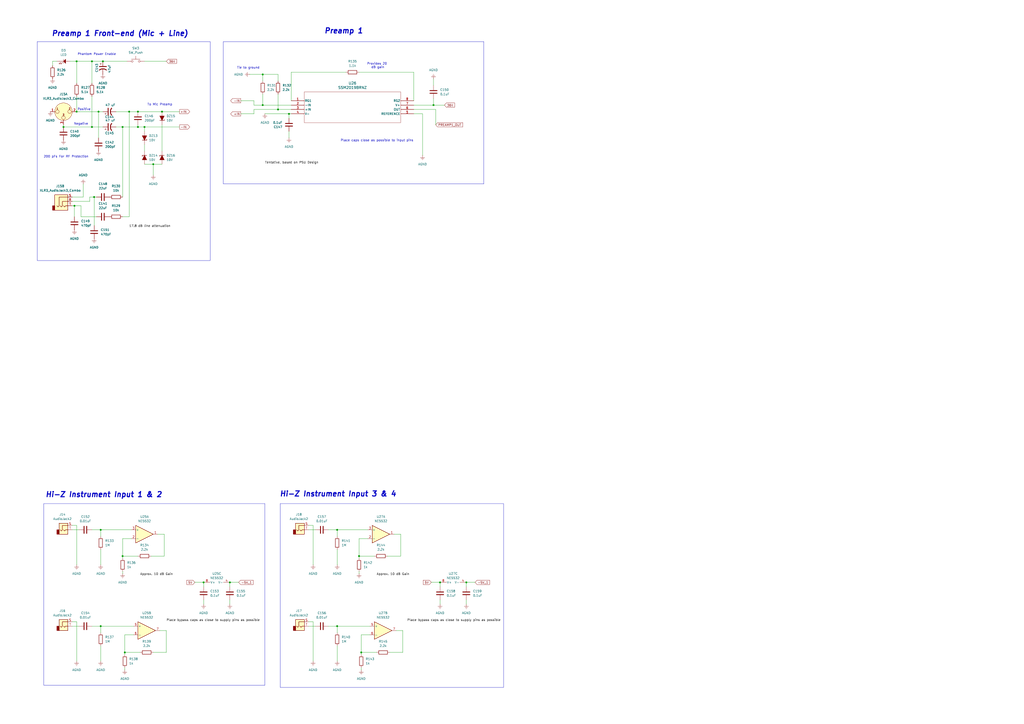
<source format=kicad_sch>
(kicad_sch (version 20231120) (generator "eeschema") (generator_version "8.0")
  (paper "A2")
  (title_block (title "Preamps1"))
  (lib_symbols
    (symbol "Amplifier_Operational:NE5532" (pin_names (offset 0.127))
      (property "Reference" "U" (at 0 5.08 0))
      (property "Value" "NE5532" (at 0 -5.08 0))
      (symbol "NE5532_1_1"
        (polyline (pts (xy -5.08 5.08) (xy 5.08 0) (xy -5.08 -5.08) (xy -5.08 5.08)) (stroke (width 0.254)) (fill (type background)))
        (pin output line (at 7.62 0 180) (length 2.54) (name "~") (number "1"))
        (pin input line (at -7.62 -2.54 0) (length 2.54) (name "-") (number "2"))
        (pin input line (at -7.62 2.54 0) (length 2.54) (name "+") (number "3"))
      )
      (symbol "NE5532_2_1"
        (polyline (pts (xy -5.08 5.08) (xy 5.08 0) (xy -5.08 -5.08) (xy -5.08 5.08)) (stroke (width 0.254)) (fill (type background)))
        (pin input line (at -7.62 2.54 0) (length 2.54) (name "+") (number "5"))
        (pin input line (at -7.62 -2.54 0) (length 2.54) (name "-") (number "6"))
        (pin output line (at 7.62 0 180) (length 2.54) (name "~") (number "7"))
      )
      (symbol "NE5532_3_1"
        (pin power_in line (at -2.54 -7.62 90) (length 3.81) (name "V-") (number "4"))
        (pin power_in line (at -2.54 7.62 270) (length 3.81) (name "V+") (number "8"))
      )
    )
    (symbol "Connector_Audio:AudioJack2"
      (property "Reference" "J" (at 0 8.89 0))
      (property "Value" "AudioJack2" (at 0 6.35 0))
      (symbol "AudioJack2_0_1"
        (rectangle (start -3.81 0) (end -2.54 -2.54) (stroke (width 0.254)) (fill (type outline)))
        (rectangle (start -2.54 3.81) (end 2.54 -2.54) (stroke (width 0.254)) (fill (type background)))
        (polyline (pts (xy 0 0) (xy 0.635 -0.635) (xy 1.27 0) (xy 2.54 0)) (stroke (width 0.254)))
        (polyline (pts (xy 2.54 2.54) (xy -0.635 2.54) (xy -0.635 0) (xy -1.27 -0.635) (xy -1.905 0)) (stroke (width 0.254)))
      )
      (symbol "AudioJack2_1_1"
        (pin passive line (at 5.08 2.54 180) (length 2.54) (name "~") (number "S"))
        (pin passive line (at 5.08 0 180) (length 2.54) (name "~") (number "T"))
      )
    )
    (symbol "Connector_Audio:XLR3_AudioJack3_Combo" (pin_names hide)
      (property "Reference" "J" (at 0 10.16 0))
      (property "Value" "XLR3_AudioJack3_Combo" (at 0 7.62 0))
      (symbol "XLR3_AudioJack3_Combo_1_1"
        (circle (center -3.556 0) (radius 1.016))
        (circle (center 0 -3.556) (radius 1.016))
        (polyline (pts (xy -5.08 0) (xy -4.572 0)))
        (polyline (pts (xy 0 -5.08) (xy 0 -4.572)))
        (polyline (pts (xy 5.08 0) (xy 4.572 0)))
        (circle (center 0 0) (radius 5.08) (fill (type background)))
        (circle (center 3.556 0) (radius 1.016))
        (text "1" (at -3.556 1.778 0) (effects (font (size 1.016 1.016) (bold yes))))
        (text "2" (at 3.556 1.778 0) (effects (font (size 1.016 1.016) (bold yes))))
        (text "3" (at 0 -1.778 0) (effects (font (size 1.016 1.016) (bold yes))))
        (pin passive line (at -7.62 0 0) (length 2.54) (name "~") (number "1"))
        (pin passive line (at 7.62 0 180) (length 2.54) (name "~") (number "2"))
        (pin passive line (at 0 -7.62 90) (length 2.54) (name "~") (number "3"))
      )
      (symbol "XLR3_AudioJack3_Combo_2_1"
        (rectangle (start -5.08 -2.54) (end -6.35 -5.08) (stroke (width 0.254)) (fill (type outline)))
        (polyline (pts (xy 0 -2.54) (xy 0.635 -3.175) (xy 1.27 -2.54) (xy 2.54 -2.54)) (stroke (width 0.254)))
        (polyline (pts (xy -1.905 -2.54) (xy -1.27 -3.175) (xy -0.635 -2.54) (xy -0.635 0) (xy 2.54 0)) (stroke (width 0.254)))
        (polyline (pts (xy 2.54 2.54) (xy -2.54 2.54) (xy -2.54 -2.54) (xy -3.175 -3.175) (xy -3.81 -2.54)) (stroke (width 0.254)))
        (rectangle (start 2.54 3.81) (end -5.08 -5.08) (stroke (width 0.254)) (fill (type background)))
        (pin passive line (at 5.08 0 180) (length 2.54) (name "~") (number "R"))
        (pin passive line (at 5.08 2.54 180) (length 2.54) (name "~") (number "S"))
        (pin passive line (at 5.08 -2.54 180) (length 2.54) (name "~") (number "T"))
      )
    )
    (symbol "Device:C" (pin_numbers hide) (pin_names (offset 0.254))
      (property "Reference" "C" (at 0.635 2.54 0))
      (property "Value" "C" (at 0.635 -2.54 0))
      (symbol "C_0_1"
        (polyline (pts (xy -2.032 -0.762) (xy 2.032 -0.762)) (stroke (width 0.508)))
        (polyline (pts (xy -2.032 0.762) (xy 2.032 0.762)) (stroke (width 0.508)))
      )
      (symbol "C_1_1"
        (pin passive line (at 0 3.81 270) (length 2.794) (name "~") (number "1"))
        (pin passive line (at 0 -3.81 90) (length 2.794) (name "~") (number "2"))
      )
    )
    (symbol "Device:C_Polarized_US" (pin_numbers hide) (pin_names (offset 0.254) hide)
      (property "Reference" "C" (at 0.635 2.54 0))
      (property "Value" "C_Polarized_US" (at 0.635 -2.54 0))
      (symbol "C_Polarized_US_0_1"
        (polyline (pts (xy -2.032 0.762) (xy 2.032 0.762)) (stroke (width 0.508)))
        (polyline (pts (xy -1.778 2.286) (xy -0.762 2.286)))
        (polyline (pts (xy -1.27 1.778) (xy -1.27 2.794)))
        (arc (start 2.032 -1.27) (mid 0 -0.5572) (end -2.032 -1.27) (stroke (width 0.508)))
      )
      (symbol "C_Polarized_US_1_1"
        (pin passive line (at 0 3.81 270) (length 2.794) (name "~") (number "1"))
        (pin passive line (at 0 -3.81 90) (length 3.302) (name "~") (number "2"))
      )
    )
    (symbol "Device:R" (pin_numbers hide) (pin_names (offset 0))
      (property "Reference" "R" (at 2.032 0 90))
      (property "Value" "R" (at 0 0 90))
      (symbol "R_0_1"
        (rectangle (start -1.016 -2.54) (end 1.016 2.54) (stroke (width 0.254)))
      )
      (symbol "R_1_1"
        (pin passive line (at 0 3.81 270) (length 1.27) (name "~") (number "1"))
        (pin passive line (at 0 -3.81 90) (length 1.27) (name "~") (number "2"))
      )
    )
    (symbol "PCM_Diode_Zener_AKL:D_Zener_Generic" (pin_numbers hide) (pin_names (offset 1.016) hide)
      (property "Reference" "DZ" (at 0 7.62 0))
      (property "Value" "D_Zener_Generic" (at 0 5.08 0))
      (symbol "D_Zener_Generic_0_1"
        (polyline (pts (xy -1.27 0) (xy 1.27 0)))
        (polyline (pts (xy 1.27 1.27) (xy 0.762 1.27)) (stroke (width 0.254)))
        (polyline (pts (xy 1.27 1.27) (xy 1.27 -1.27)) (stroke (width 0.254)))
        (polyline (pts (xy -1.27 -1.27) (xy -1.27 1.27) (xy 1.27 0) (xy -1.27 -1.27)) (stroke (width 0.254)) (fill (type outline)))
      )
      (symbol "D_Zener_Generic_0_2"
        (polyline (pts (xy -2.54 -2.54) (xy 2.54 2.54)))
        (polyline (pts (xy 0 1.778) (xy -0.381 1.397)) (stroke (width 0.254)))
        (polyline (pts (xy 0 1.778) (xy 1.778 0)) (stroke (width 0.254)))
        (polyline (pts (xy -0.889 -0.889) (xy -1.778 0) (xy 0.889 0.889) (xy 0 -1.778) (xy -0.889 -0.889)) (stroke (width 0.254)) (fill (type outline)))
      )
      (symbol "D_Zener_Generic_1_1"
        (pin passive line (at 3.81 0 180) (length 2.54) (name "K") (number "1"))
        (pin passive line (at -3.81 0 0) (length 2.54) (name "A") (number "2"))
      )
      (symbol "D_Zener_Generic_1_2"
        (pin passive line (at 2.54 2.54 180) (length 0) (name "K") (number "1"))
        (pin passive line (at -2.54 -2.54 0) (length 0) (name "A") (number "2"))
      )
    )
    (symbol "PCM_SL_Devices:LED"
      (property "Reference" "D" (at -0.508 5.334 0))
      (property "Value" "LED" (at -0.508 2.794 0))
      (symbol "LED_0_1"
        (polyline (pts (xy -1.27 0) (xy -2.54 0)))
        (polyline (pts (xy 0 1.27) (xy 0 -1.27)))
        (polyline (pts (xy 0.508 0.508) (xy 1.524 1.524)))
        (polyline (pts (xy 1.27 0) (xy 2.54 0)))
        (polyline (pts (xy 1.524 0.508) (xy 2.54 1.524)))
        (polyline (pts (xy 1.524 1.524) (xy 0.889 1.524)))
        (polyline (pts (xy 1.524 1.524) (xy 1.524 0.889)))
        (polyline (pts (xy 2.54 1.524) (xy 1.905 1.524)))
        (polyline (pts (xy 2.54 1.524) (xy 2.54 0.889)))
        (polyline (pts (xy 0 0) (xy -1.27 -1.27) (xy -1.27 1.27) (xy 0 0) (xy 1.27 0)) (fill (type outline)))
      )
      (symbol "LED_1_1"
        (pin passive line (at 3.81 0 180) (length 1.5) (name "~") (number "1"))
        (pin passive line (at -3.81 0 0) (length 1.5) (name "") (number "2"))
      )
    )
    (symbol "SDLibrary:SSM2019BRNZ" (pin_names (offset 0.254))
      (property "Reference" "U" (at 35.56 10.16 0))
      (property "Value" "SSM2019BRNZ" (at 35.56 7.62 0))
      (symbol "SSM2019BRNZ_0_1"
        (polyline (pts (xy 7.62 -12.7) (xy 63.5 -12.7)) (stroke (width 0.127)))
        (polyline (pts (xy 7.62 5.08) (xy 7.62 -12.7)) (stroke (width 0.127)))
        (polyline (pts (xy 63.5 -12.7) (xy 63.5 5.08)) (stroke (width 0.127)))
        (polyline (pts (xy 63.5 5.08) (xy 7.62 5.08)) (stroke (width 0.127)))
        (pin unspecified line (at 0 0 0) (length 7.62) (name "RG1") (number "1"))
        (pin unspecified line (at 0 -2.54 0) (length 7.62) (name "-IN") (number "2"))
        (pin unspecified line (at 0 -5.08 0) (length 7.62) (name "+IN") (number "3"))
        (pin power_in line (at 0 -7.62 0) (length 7.62) (name "V-") (number "4"))
        (pin unspecified line (at 71.12 -7.62 180) (length 7.62) (name "REFERENCE") (number "5"))
        (pin unspecified line (at 71.12 -5.08 180) (length 7.62) (name "OUT") (number "6"))
        (pin power_in line (at 71.12 -2.54 180) (length 7.62) (name "V+") (number "7"))
        (pin unspecified line (at 71.12 0 180) (length 7.62) (name "RG2") (number "8"))
      )
    )
    (symbol "Switch:SW_Push" (pin_numbers hide) (pin_names (offset 1.016) hide)
      (property "Reference" "SW" (at 1.27 2.54 0))
      (property "Value" "SW_Push" (at 0 -1.524 0))
      (symbol "SW_Push_0_1"
        (circle (center -2.032 0) (radius 0.508))
        (polyline (pts (xy 0 1.27) (xy 0 3.048)))
        (polyline (pts (xy 2.54 1.27) (xy -2.54 1.27)))
        (circle (center 2.032 0) (radius 0.508))
        (pin passive line (at -5.08 0 0) (length 2.54) (name "1") (number "1"))
        (pin passive line (at 5.08 0 180) (length 2.54) (name "2") (number "2"))
      )
    )
    (symbol "power:Earth" (power) (pin_numbers hide) (pin_names (offset 0) hide)
      (property "Value" "Earth" (at 0 -3.81 0))
      (symbol "Earth_0_1"
        (polyline (pts (xy -0.635 -1.905) (xy 0.635 -1.905)))
        (polyline (pts (xy -0.127 -2.54) (xy 0.127 -2.54)))
        (polyline (pts (xy 0 -1.27) (xy 0 0)))
        (polyline (pts (xy 1.27 -1.27) (xy -1.27 -1.27)))
      )
      (symbol "Earth_1_1"
        (pin power_in line (at 0 0 270) (length 0) (name "~") (number "1"))
      )
    )
  )
  (junction (at 71.12 73.66))
  (junction (at 251.46 60.96))
  (junction (at 195.58 307.34))
  (junction (at 209.55 378.46))
  (junction (at 71.12 322.58))
  (junction (at 58.42 307.34))
  (junction (at 208.28 322.58))
  (junction (at 93.98 64.77))
  (junction (at 118.11 337.82))
  (junction (at 72.39 378.46))
  (junction (at 59.69 35.56))
  (junction (at 195.58 363.22))
  (junction (at 270.51 337.82))
  (junction (at 88.9 95.25))
  (junction (at 80.01 64.77))
  (junction (at 255.27 337.82))
  (junction (at 83.82 73.66))
  (junction (at 152.4 60.96))
  (junction (at 161.29 63.5))
  (junction (at 152.4 43.18))
  (junction (at 43.18 119.38))
  (junction (at 167.64 66.04))
  (junction (at 58.42 363.22))
  (junction (at 36.83 73.66))
  (junction (at 57.15 64.77))
  (junction (at 53.34 35.56))
  (junction (at 53.34 73.66))
  (junction (at 74.93 64.77))
  (junction (at 44.45 64.77))
  (junction (at 133.35 337.82))
  (junction (at 44.45 35.56))
  (junction (at 80.01 73.66))
  (junction (at 54.61 114.3))
  (wire (pts (xy 53.34 55.88) (xy 53.34 73.66)))
  (wire (pts (xy 71.12 312.42) (xy 76.2 312.42)))
  (wire (pts (xy 30.48 35.56) (xy 33.02 35.56)))
  (wire (pts (xy 240.03 41.91) (xy 240.03 58.42)))
  (wire (pts (xy 147.32 60.96) (xy 152.4 60.96)))
  (wire (pts (xy 240.03 66.04) (xy 245.11 66.04)))
  (wire (pts (xy 209.55 378.46) (xy 209.55 379.73)))
  (wire (pts (xy 46.99 125.73) (xy 55.88 125.73)))
  (wire (pts (xy 118.11 337.82) (xy 118.11 340.36)))
  (wire (pts (xy 54.61 114.3) (xy 52.07 114.3)))
  (wire (pts (xy 93.98 72.39) (xy 93.98 87.63)))
  (wire (pts (xy 190.5 307.34) (xy 195.58 307.34)))
  (wire (pts (xy 233.68 365.76) (xy 233.68 378.46)))
  (wire (pts (xy 43.18 119.38) (xy 46.99 119.38)))
  (wire (pts (xy 161.29 63.5) (xy 147.32 63.5)))
  (wire (pts (xy 179.07 307.34) (xy 182.88 307.34)))
  (wire (pts (xy 41.91 307.34) (xy 45.72 307.34)))
  (wire (pts (xy 167.64 66.04) (xy 167.64 68.58)))
  (wire (pts (xy 208.28 331.47) (xy 208.28 332.74)))
  (wire (pts (xy 179.07 360.68) (xy 181.61 360.68)))
  (wire (pts (xy 228.6 309.88) (xy 232.41 309.88)))
  (wire (pts (xy 83.82 73.66) (xy 104.14 73.66)))
  (wire (pts (xy 161.29 54.61) (xy 161.29 63.5)))
  (wire (pts (xy 96.52 365.76) (xy 92.71 365.76)))
  (wire (pts (xy 133.35 337.82) (xy 133.35 340.36)))
  (wire (pts (xy 58.42 318.77) (xy 58.42 327.66)))
  (wire (pts (xy 72.39 378.46) (xy 81.28 378.46)))
  (wire (pts (xy 83.82 35.56) (xy 96.52 35.56)))
  (wire (pts (xy 133.35 347.98) (xy 133.35 350.52)))
  (wire (pts (xy 83.82 73.66) (xy 83.82 76.2)))
  (wire (pts (xy 208.28 41.91) (xy 240.03 41.91)))
  (wire (pts (xy 88.9 378.46) (xy 96.52 378.46)))
  (wire (pts (xy 53.34 363.22) (xy 58.42 363.22)))
  (wire (pts (xy 167.64 66.04) (xy 168.91 66.04)))
  (wire (pts (xy 96.52 365.76) (xy 96.52 378.46)))
  (wire (pts (xy 251.46 60.96) (xy 257.81 60.96)))
  (wire (pts (xy 190.5 363.22) (xy 195.58 363.22)))
  (wire (pts (xy 43.18 119.38) (xy 43.18 125.73)))
  (wire (pts (xy 58.42 307.34) (xy 58.42 311.15)))
  (wire (pts (xy 53.34 73.66) (xy 59.69 73.66)))
  (wire (pts (xy 147.32 63.5) (xy 147.32 66.04)))
  (wire (pts (xy 270.51 337.82) (xy 270.51 340.36)))
  (wire (pts (xy 41.91 116.84) (xy 52.07 116.84)))
  (wire (pts (xy 44.45 35.56) (xy 44.45 48.26)))
  (wire (pts (xy 57.15 64.77) (xy 57.15 80.01)))
  (wire (pts (xy 245.11 66.04) (xy 245.11 90.17)))
  (wire (pts (xy 147.32 58.42) (xy 147.32 60.96)))
  (wire (pts (xy 57.15 64.77) (xy 59.69 64.77)))
  (wire (pts (xy 48.26 114.3) (xy 48.26 106.68)))
  (wire (pts (xy 195.58 363.22) (xy 195.58 367.03)))
  (wire (pts (xy 167.64 80.01) (xy 167.64 76.2)))
  (wire (pts (xy 41.91 363.22) (xy 45.72 363.22)))
  (wire (pts (xy 71.12 73.66) (xy 80.01 73.66)))
  (wire (pts (xy 168.91 63.5) (xy 161.29 63.5)))
  (wire (pts (xy 88.9 95.25) (xy 93.98 95.25)))
  (wire (pts (xy 80.01 73.66) (xy 83.82 73.66)))
  (wire (pts (xy 40.64 35.56) (xy 44.45 35.56)))
  (wire (pts (xy 255.27 347.98) (xy 255.27 350.52)))
  (wire (pts (xy 77.47 368.3) (xy 72.39 368.3)))
  (wire (pts (xy 88.9 95.25) (xy 88.9 101.6)))
  (wire (pts (xy 83.82 83.82) (xy 83.82 87.63)))
  (wire (pts (xy 72.39 378.46) (xy 72.39 379.73)))
  (wire (pts (xy 208.28 322.58) (xy 208.28 323.85)))
  (wire (pts (xy 58.42 363.22) (xy 77.47 363.22)))
  (wire (pts (xy 53.34 35.56) (xy 53.34 48.26)))
  (wire (pts (xy 91.44 309.88) (xy 95.25 309.88)))
  (wire (pts (xy 195.58 374.65) (xy 195.58 383.54)))
  (wire (pts (xy 208.28 312.42) (xy 208.28 322.58)))
  (wire (pts (xy 83.82 95.25) (xy 88.9 95.25)))
  (wire (pts (xy 30.48 38.1) (xy 30.48 35.56)))
  (wire (pts (xy 71.12 322.58) (xy 71.12 323.85)))
  (wire (pts (xy 41.91 114.3) (xy 48.26 114.3)))
  (wire (pts (xy 71.12 125.73) (xy 74.93 125.73)))
  (wire (pts (xy 67.31 73.66) (xy 71.12 73.66)))
  (wire (pts (xy 168.91 41.91) (xy 168.91 58.42)))
  (wire (pts (xy 224.79 322.58) (xy 232.41 322.58)))
  (wire (pts (xy 270.51 347.98) (xy 270.51 350.52)))
  (wire (pts (xy 44.45 55.88) (xy 44.45 64.77)))
  (wire (pts (xy 195.58 307.34) (xy 195.58 311.15)))
  (wire (pts (xy 144.78 43.18) (xy 152.4 43.18)))
  (wire (pts (xy 133.35 337.82) (xy 138.43 337.82)))
  (wire (pts (xy 44.45 35.56) (xy 53.34 35.56)))
  (wire (pts (xy 214.63 368.3) (xy 209.55 368.3)))
  (wire (pts (xy 41.91 304.8) (xy 44.45 304.8)))
  (wire (pts (xy 58.42 374.65) (xy 58.42 383.54)))
  (wire (pts (xy 71.12 312.42) (xy 71.12 322.58)))
  (wire (pts (xy 71.12 73.66) (xy 71.12 114.3)))
  (wire (pts (xy 46.99 119.38) (xy 46.99 125.73)))
  (wire (pts (xy 232.41 309.88) (xy 232.41 322.58)))
  (wire (pts (xy 139.7 58.42) (xy 147.32 58.42)))
  (wire (pts (xy 153.67 66.04) (xy 167.64 66.04)))
  (wire (pts (xy 72.39 368.3) (xy 72.39 378.46)))
  (wire (pts (xy 195.58 318.77) (xy 195.58 327.66)))
  (wire (pts (xy 67.31 64.77) (xy 74.93 64.77)))
  (wire (pts (xy 93.98 64.77) (xy 104.14 64.77)))
  (wire (pts (xy 80.01 72.39) (xy 80.01 73.66)))
  (wire (pts (xy 152.4 54.61) (xy 152.4 60.96)))
  (wire (pts (xy 44.45 360.68) (xy 44.45 383.54)))
  (wire (pts (xy 74.93 64.77) (xy 80.01 64.77)))
  (wire (pts (xy 209.55 378.46) (xy 218.44 378.46)))
  (wire (pts (xy 270.51 337.82) (xy 275.59 337.82)))
  (wire (pts (xy 72.39 387.35) (xy 72.39 388.62)))
  (wire (pts (xy 208.28 322.58) (xy 217.17 322.58)))
  (wire (pts (xy 179.07 304.8) (xy 181.61 304.8)))
  (wire (pts (xy 195.58 307.34) (xy 213.36 307.34)))
  (wire (pts (xy 95.25 309.88) (xy 95.25 322.58)))
  (wire (pts (xy 179.07 363.22) (xy 182.88 363.22)))
  (wire (pts (xy 44.45 64.77) (xy 57.15 64.77)))
  (wire (pts (xy 152.4 43.18) (xy 152.4 46.99)))
  (wire (pts (xy 240.03 63.5) (xy 252.73 63.5)))
  (wire (pts (xy 152.4 43.18) (xy 161.29 43.18)))
  (wire (pts (xy 52.07 114.3) (xy 52.07 116.84)))
  (wire (pts (xy 113.03 337.82) (xy 118.11 337.82)))
  (wire (pts (xy 36.83 73.66) (xy 53.34 73.66)))
  (wire (pts (xy 58.42 307.34) (xy 76.2 307.34)))
  (wire (pts (xy 36.83 73.66) (xy 36.83 72.39)))
  (wire (pts (xy 209.55 387.35) (xy 209.55 388.62)))
  (wire (pts (xy 87.63 322.58) (xy 95.25 322.58)))
  (wire (pts (xy 53.34 35.56) (xy 59.69 35.56)))
  (wire (pts (xy 181.61 304.8) (xy 181.61 327.66)))
  (wire (pts (xy 250.19 337.82) (xy 255.27 337.82)))
  (wire (pts (xy 71.12 322.58) (xy 80.01 322.58)))
  (wire (pts (xy 147.32 66.04) (xy 139.7 66.04)))
  (wire (pts (xy 240.03 60.96) (xy 251.46 60.96)))
  (wire (pts (xy 55.88 114.3) (xy 54.61 114.3)))
  (wire (pts (xy 251.46 45.72) (xy 251.46 49.53)))
  (wire (pts (xy 209.55 368.3) (xy 209.55 378.46)))
  (wire (pts (xy 59.69 35.56) (xy 73.66 35.56)))
  (wire (pts (xy 152.4 60.96) (xy 168.91 60.96)))
  (wire (pts (xy 74.93 125.73) (xy 74.93 64.77)))
  (wire (pts (xy 80.01 64.77) (xy 93.98 64.77)))
  (wire (pts (xy 251.46 57.15) (xy 251.46 60.96)))
  (wire (pts (xy 233.68 365.76) (xy 229.87 365.76)))
  (wire (pts (xy 58.42 363.22) (xy 58.42 367.03)))
  (wire (pts (xy 226.06 378.46) (xy 233.68 378.46)))
  (wire (pts (xy 41.91 360.68) (xy 44.45 360.68)))
  (wire (pts (xy 252.73 63.5) (xy 252.73 72.39)))
  (wire (pts (xy 41.91 119.38) (xy 43.18 119.38)))
  (wire (pts (xy 71.12 331.47) (xy 71.12 332.74)))
  (wire (pts (xy 53.34 307.34) (xy 58.42 307.34)))
  (wire (pts (xy 181.61 360.68) (xy 181.61 383.54)))
  (wire (pts (xy 208.28 312.42) (xy 213.36 312.42)))
  (wire (pts (xy 195.58 363.22) (xy 214.63 363.22)))
  (wire (pts (xy 44.45 304.8) (xy 44.45 327.66)))
  (wire (pts (xy 54.61 114.3) (xy 54.61 130.81)))
  (wire (pts (xy 200.66 41.91) (xy 168.91 41.91)))
  (wire (pts (xy 255.27 337.82) (xy 255.27 340.36)))
  (wire (pts (xy 161.29 43.18) (xy 161.29 46.99)))
  (wire (pts (xy 118.11 347.98) (xy 118.11 350.52)))
  (rectangle (start 21.59 24.13) (end 121.92 151.13))
  (rectangle (start 162.56 292.1) (end 292.1 398.78))
  (rectangle (start 129.54 24.13) (end 280.67 106.68))
  (rectangle (start 25.4 292.1) (end 153.67 397.51))
  (text "200 pFs For RF Protection\n" (at 38.354 90.932 0) (effects (font (size 1.27 1.27))))
  (text "Hi-Z Instrument Input 1 & 2\n" (at 60.198 287.02 0) (effects (font (size 3 3) (thickness 0.6) (bold yes) (italic yes))))
  (text "Phantom Power Enable" (at 56.134 31.496 0) (effects (font (size 1.27 1.27))))
  (text "Negative\n" (at 46.99 71.882 0) (effects (font (size 1.27 1.27))))
  (text "To Mic Preamp" (at 92.71 60.706 0) (effects (font (size 1.27 1.27))))
  (text "Positive" (at 48.768 63.5 0) (effects (font (size 1.27 1.27))))
  (text "Hi-Z Instrument Input 3 & 4\n\n" (at 196.088 289.052 0) (effects (font (size 3 3) (thickness 0.6) (bold yes) (italic yes))))
  (text "Preamp 1\n\n\n" (at 199.39 22.86 0) (effects (font (size 2.9972 2.9972) (thickness 0.5994) (bold yes) (italic yes))))
  (text "Tie to ground\n" (at 144.018 39.37 0) (effects (font (size 1.27 1.27))))
  (text "Provides 20\n dB gain" (at 218.694 38.1 0) (effects (font (size 1.27 1.27))))
  (text "Preamp 1 Front-end (Mic + Line)" (at 69.596 19.558 0) (effects (font (size 3 3) (thickness 0.6) (bold yes) (italic yes))))
  (text "Place caps close as possible to input pins" (at 218.694 81.534 0) (effects (font (size 1.27 1.27))))
  (label "17.8 dB line attenuation" (at 74.93 132.08 0))
  (label "Place bypass caps as close to supply pins as possible" (at 96.52 360.68 0))
  (label "Tentative, based on PSU Design" (at 153.67 95.25 0))
  (label "Approx. 10 dB Gain " (at 81.28 334.01 0))
  (label "Place bypass caps as close to supply pins as possible" (at 236.22 360.68 0))
  (label "Approx. 10 dB Gain " (at 218.44 334.01 0))
  (global_label "+IN" (shape output) (at 139.7 66.04 180) (property "Intersheetrefs" "${INTERSHEET_REFS}" (effects (hide yes))))
  (global_label "+IN" (shape output) (at 104.14 64.77 0) (property "Intersheetrefs" "${INTERSHEET_REFS}" (effects (hide yes))))
  (global_label "-5V_1" (shape input) (at 138.43 337.82 0) (property "Intersheetrefs" "${INTERSHEET_REFS}" (effects (hide yes))))
  (global_label "5V" (shape input) (at 250.19 337.82 180) (property "Intersheetrefs" "${INTERSHEET_REFS}" (effects (hide yes))))
  (global_label "36V" (shape input) (at 257.81 60.96 0) (property "Intersheetrefs" "${INTERSHEET_REFS}" (effects (hide yes))))
  (global_label "5V" (shape input) (at 113.03 337.82 180) (property "Intersheetrefs" "${INTERSHEET_REFS}" (effects (hide yes))))
  (global_label "-IN" (shape output) (at 139.7 58.42 180) (property "Intersheetrefs" "${INTERSHEET_REFS}" (effects (hide yes))))
  (global_label "PREAMP1_OUT" (shape input) (at 252.73 72.39 0) (property "Intersheetrefs" "${INTERSHEET_REFS}" (effects (hide yes))))
  (global_label "-IN" (shape output) (at 104.14 73.66 0) (property "Intersheetrefs" "${INTERSHEET_REFS}" (effects (hide yes))))
  (global_label "-5V_1" (shape input) (at 275.59 337.82 0) (property "Intersheetrefs" "${INTERSHEET_REFS}" (effects (hide yes))))
  (global_label "36V" (shape input) (at 96.52 35.56 0) (property "Intersheetrefs" "${INTERSHEET_REFS}" (effects (hide yes))))
  (symbol (lib_id "power:Earth") (at 88.9 101.6 0) (unit 1)
    (property "Reference" "#PWR0140" (effects (hide yes)))
    (property "Value" "AGND" (at 88.9 106.68 0))
    (property "Description" "Power symbol creates a global label with name \"Earth\"" (effects (hide yes)))
  )
  (symbol (lib_id "power:Earth") (at 71.12 332.74 0) (unit 1)
    (property "Reference" "#PWR0144" (effects (hide yes)))
    (property "Value" "AGND" (at 71.12 337.82 0))
    (property "Description" "Power symbol creates a global label with name \"Earth\"" (effects (hide yes)))
  )
  (symbol (lib_id "Amplifier_Operational:NE5532") (at 125.73 335.28 90) (unit 3)
    (property "Reference" "U25" (at 125.73 332.74 90))
    (property "Value" "NE5532" (at 125.73 335.28 90))
    (property "Datasheet" "http://www.ti.com/lit/ds/symlink/ne5532.pdf" (effects (hide yes)))
    (property "Description" "Dual Low-Noise Operational Amplifiers, DIP-8/SOIC-8" (effects (hide yes)))
  )
  (symbol (lib_id "power:Earth") (at 29.21 64.77 0) (unit 1)
    (property "Reference" "#PWR0128" (effects (hide yes)))
    (property "Value" "AGND" (at 29.21 69.85 0))
    (property "Description" "Power symbol creates a global label with name \"Earth\"" (effects (hide yes)))
  )
  (symbol (lib_id "Device:C_Polarized_US") (at 63.5 73.66 90) (unit 1)
    (property "Reference" "C145" (at 63.5 77.216 90))
    (property "Value" "47 uF" (at 64.008 69.85 90))
    (property "Footprint" "Capacitor_SMD:CP_Elec_4x5.8" (effects (hide yes)))
    (property "Description" "Polarized capacitor, US symbol" (effects (hide yes)))
  )
  (symbol (lib_id "Device:R") (at 204.47 41.91 270) (unit 1)
    (property "Reference" "R135" (at 204.47 35.56 90))
    (property "Value" "1.1k" (at 204.47 38.1 90))
    (property "Footprint" "Resistor_SMD:R_0805_2012Metric" (effects (hide yes)))
    (property "Description" "Resistor" (effects (hide yes)))
  )
  (symbol (lib_id "Switch:SW_Push") (at 78.74 35.56 0) (unit 1)
    (property "Reference" "SW3" (at 78.74 27.94 0))
    (property "Value" "SW_Push" (at 78.74 30.48 0))
    (property "Footprint" "Button_Switch_THT:SW_PUSH_1P1T_6x3.5mm_H5.0_APEM_MJTP1250" (effects (hide yes)))
    (property "Description" "Push button switch, generic, two pins" (effects (hide yes)))
  )
  (symbol (lib_id "Device:C") (at 80.01 68.58 180) (unit 1)
    (property "Reference" "C146" (at 83.82 67.3099 0) (effects (justify right)))
    (property "Value" "200pF" (at 83.82 69.8499 0) (effects (justify right)))
    (property "Footprint" "Capacitor_SMD:C_0402_1005Metric" (effects (hide yes)))
    (property "Description" "Unpolarized capacitor" (effects (hide yes)))
  )
  (symbol (lib_id "Connector_Audio:AudioJack2") (at 173.99 307.34 0) (unit 1)
    (property "Reference" "J18" (at 173.355 298.45 0))
    (property "Value" "AudioJack2" (at 173.355 300.99 0))
    (property "Description" "Audio Jack, 2 Poles (Mono / TS)" (effects (hide yes)))
  )
  (symbol (lib_id "power:Earth") (at 48.26 106.68 180) (unit 1)
    (property "Reference" "#PWR0131" (effects (hide yes)))
    (property "Value" "AGND" (at 48.26 101.6 0))
    (property "Description" "Power symbol creates a global label with name \"Earth\"" (effects (hide yes)))
  )
  (symbol (lib_id "Connector_Audio:XLR3_AudioJack3_Combo") (at 36.83 116.84 0) (unit 2)
    (property "Reference" "J15" (at 34.925 107.95 0))
    (property "Value" "XLR3_AudioJack3_Combo" (at 34.925 110.49 0))
    (property "Description" "XLR (Male or Female) and Audio Jack (Stereo / TRS) Combo Connector, Discrete Ground Pin" (effects (hide yes)))
  )
  (symbol (lib_id "power:Earth") (at 167.64 80.01 0) (unit 1)
    (property "Reference" "#PWR0141" (effects (hide yes)))
    (property "Value" "AGND" (at 167.64 85.09 0))
    (property "Description" "Power symbol creates a global label with name \"Earth\"" (effects (hide yes)))
  )
  (symbol (lib_id "power:Earth") (at 72.39 388.62 0) (unit 1)
    (property "Reference" "#PWR0147" (effects (hide yes)))
    (property "Value" "AGND" (at 72.39 393.7 0))
    (property "Description" "Power symbol creates a global label with name \"Earth\"" (effects (hide yes)))
  )
  (symbol (lib_id "power:Earth") (at 133.35 350.52 0) (unit 1)
    (property "Reference" "#PWR0149" (effects (hide yes)))
    (property "Value" "AGND" (at 133.35 355.6 0))
    (property "Description" "Power symbol creates a global label with name \"Earth\"" (effects (hide yes)))
  )
  (symbol (lib_id "Device:R") (at 67.31 125.73 90) (unit 1)
    (property "Reference" "R129" (at 67.31 119.38 90))
    (property "Value" "10k" (at 67.31 121.92 90))
    (property "Footprint" "Resistor_SMD:R_0805_2012Metric" (effects (hide yes)))
    (property "Description" "Resistor" (effects (hide yes)))
  )
  (symbol (lib_id "power:Earth") (at 43.18 133.35 0) (unit 1)
    (property "Reference" "#PWR0134" (effects (hide yes)))
    (property "Value" "AGND" (at 43.18 138.43 0))
    (property "Description" "Power symbol creates a global label with name \"Earth\"" (effects (hide yes)))
  )
  (symbol (lib_id "Amplifier_Operational:NE5532") (at 220.98 309.88 0) (unit 1)
    (property "Reference" "U27" (at 220.98 299.72 0))
    (property "Value" "NE5532" (at 220.98 302.26 0))
    (property "Datasheet" "http://www.ti.com/lit/ds/symlink/ne5532.pdf" (effects (hide yes)))
    (property "Description" "Dual Low-Noise Operational Amplifiers, DIP-8/SOIC-8" (effects (hide yes)))
  )
  (symbol (lib_id "Device:R") (at 83.82 322.58 270) (unit 1)
    (property "Reference" "R134" (at 83.82 316.23 90))
    (property "Value" "2.2k" (at 83.82 318.77 90))
    (property "Footprint" "Resistor_SMD:R_0805_2012Metric" (effects (hide yes)))
    (property "Description" "Resistor" (effects (hide yes)))
  )
  (symbol (lib_id "Device:C") (at 167.64 72.39 0) (unit 1)
    (property "Reference" "C147" (at 163.83 73.6601 0) (effects (justify right)))
    (property "Value" "0.1uF" (at 163.83 71.1201 0) (effects (justify right)))
    (property "Footprint" "Capacitor_SMD:C_0402_1005Metric" (effects (hide yes)))
    (property "Description" "Unpolarized capacitor" (effects (hide yes)))
  )
  (symbol (lib_id "Device:R") (at 58.42 314.96 180) (unit 1)
    (property "Reference" "R133" (at 60.96 313.6899 0) (effects (justify right)))
    (property "Value" "1M" (at 60.96 316.2299 0) (effects (justify right)))
    (property "Footprint" "Resistor_SMD:R_0805_2012Metric" (effects (hide yes)))
    (property "Description" "Resistor" (effects (hide yes)))
  )
  (symbol (lib_id "power:Earth") (at 144.78 43.18 270) (unit 1)
    (property "Reference" "#PWR0139" (effects (hide yes)))
    (property "Value" "AGND" (at 140.97 43.1799 90) (effects (justify right)))
    (property "Description" "Power symbol creates a global label with name \"Earth\"" (effects (hide yes)))
  )
  (symbol (lib_id "Device:C") (at 59.69 125.73 270) (unit 1)
    (property "Reference" "C141" (at 59.69 118.11 90))
    (property "Value" "22uF" (at 59.69 120.65 90))
    (property "Footprint" "Capacitor_SMD:C_0402_1005Metric" (effects (hide yes)))
    (property "Description" "Unpolarized capacitor" (effects (hide yes)))
  )
  (symbol (lib_id "Device:R") (at 85.09 378.46 270) (unit 1)
    (property "Reference" "R139" (at 85.09 372.11 90))
    (property "Value" "2.2k" (at 85.09 374.65 90))
    (property "Footprint" "Resistor_SMD:R_0805_2012Metric" (effects (hide yes)))
    (property "Description" "Resistor" (effects (hide yes)))
  )
  (symbol (lib_id "power:Earth") (at 58.42 327.66 0) (unit 1)
    (property "Reference" "#PWR0138" (effects (hide yes)))
    (property "Value" "AGND" (at 58.42 332.74 0))
    (property "Description" "Power symbol creates a global label with name \"Earth\"" (effects (hide yes)))
  )
  (symbol (lib_id "Device:C") (at 36.83 77.47 180) (unit 1)
    (property "Reference" "C140" (at 40.64 76.1999 0) (effects (justify right)))
    (property "Value" "200pF" (at 40.64 78.7399 0) (effects (justify right)))
    (property "Footprint" "Capacitor_SMD:C_0402_1005Metric" (effects (hide yes)))
    (property "Description" "Unpolarized capacitor" (effects (hide yes)))
  )
  (symbol (lib_id "Device:R") (at 30.48 41.91 0) (unit 1)
    (property "Reference" "R126" (at 33.02 40.6399 0) (effects (justify left)))
    (property "Value" "2.2k" (at 33.02 43.1799 0) (effects (justify left)))
    (property "Footprint" "Resistor_SMD:R_0805_2012Metric" (effects (hide yes)))
    (property "Description" "Resistor" (effects (hide yes)))
  )
  (symbol (lib_id "Device:C") (at 255.27 344.17 180) (unit 1)
    (property "Reference" "C158" (at 259.08 342.8999 0) (effects (justify right)))
    (property "Value" "0.1uF" (at 259.08 345.4399 0) (effects (justify right)))
    (property "Footprint" "Capacitor_SMD:C_0402_1005Metric" (effects (hide yes)))
    (property "Description" "Unpolarized capacitor" (effects (hide yes)))
  )
  (symbol (lib_id "power:Earth") (at 251.46 45.72 180) (unit 1)
    (property "Reference" "#PWR0137" (effects (hide yes)))
    (property "Value" "AGND" (at 251.46 40.64 0))
    (property "Description" "Power symbol creates a global label with name \"Earth\"" (effects (hide yes)))
  )
  (symbol (lib_id "power:Earth") (at 36.83 81.28 0) (unit 1)
    (property "Reference" "#PWR0130" (effects (hide yes)))
    (property "Value" "AGND" (at 36.83 86.36 0))
    (property "Description" "Power symbol creates a global label with name \"Earth\"" (effects (hide yes)))
  )
  (symbol (lib_id "power:Earth") (at 255.27 350.52 0) (unit 1)
    (property "Reference" "#PWR0156" (effects (hide yes)))
    (property "Value" "AGND" (at 255.27 355.6 0))
    (property "Description" "Power symbol creates a global label with name \"Earth\"" (effects (hide yes)))
  )
  (symbol (lib_id "power:Earth") (at 54.61 138.43 0) (unit 1)
    (property "Reference" "#PWR0142" (effects (hide yes)))
    (property "Value" "AGND" (at 54.61 143.51 0))
    (property "Description" "Power symbol creates a global label with name \"Earth\"" (effects (hide yes)))
  )
  (symbol (lib_id "power:Earth") (at 270.51 350.52 0) (unit 1)
    (property "Reference" "#PWR0157" (effects (hide yes)))
    (property "Value" "AGND" (at 270.51 355.6 0))
    (property "Description" "Power symbol creates a global label with name \"Earth\"" (effects (hide yes)))
  )
  (symbol (lib_id "PCM_Diode_Zener_AKL:D_Zener_Generic") (at 93.98 68.58 270) (unit 1)
    (property "Reference" "DZ15" (at 96.52 67.3099 90) (effects (justify left)))
    (property "Value" "10V" (at 96.52 69.8499 90) (effects (justify left)))
    (property "Footprint" "Diode_SMD:D_SMB" (effects (hide yes)))
    (property "Description" "Zener diode, generic symbol, Alternate KiCAD Library" (effects (hide yes)))
    (property "Part Name" "PBZTBR113B" (effects (hide yes)))
  )
  (symbol (lib_id "Device:R") (at 195.58 314.96 180) (unit 1)
    (property "Reference" "R141" (at 198.12 313.6899 0) (effects (justify right)))
    (property "Value" "1M" (at 198.12 316.2299 0) (effects (justify right)))
    (property "Footprint" "Resistor_SMD:R_0805_2012Metric" (effects (hide yes)))
    (property "Description" "Resistor" (effects (hide yes)))
  )
  (symbol (lib_id "PCM_Diode_Zener_AKL:D_Zener_Generic") (at 83.82 91.44 90) (unit 1)
    (property "Reference" "DZ14" (at 86.36 90.1699 90) (effects (justify right)))
    (property "Value" "10V" (at 86.36 92.7099 90) (effects (justify right)))
    (property "Footprint" "Diode_SMD:D_SMB" (effects (hide yes)))
    (property "Description" "Zener diode, generic symbol, Alternate KiCAD Library" (effects (hide yes)))
    (property "Part Name" "PBZTBR113B" (effects (hide yes)))
  )
  (symbol (lib_id "Device:R") (at 161.29 50.8 0) (unit 1)
    (property "Reference" "R132" (at 163.83 49.5299 0) (effects (justify left)))
    (property "Value" "2.2k" (at 163.83 52.0699 0) (effects (justify left)))
    (property "Footprint" "Resistor_SMD:R_0805_2012Metric" (effects (hide yes)))
    (property "Description" "Resistor" (effects (hide yes)))
  )
  (symbol (lib_id "power:Earth") (at 195.58 327.66 0) (unit 1)
    (property "Reference" "#PWR0153" (effects (hide yes)))
    (property "Value" "AGND" (at 195.58 332.74 0))
    (property "Description" "Power symbol creates a global label with name \"Earth\"" (effects (hide yes)))
  )
  (symbol (lib_id "power:Earth") (at 44.45 383.54 0) (unit 1)
    (property "Reference" "#PWR0145" (effects (hide yes)))
    (property "Value" "AGND" (at 44.45 388.62 0))
    (property "Description" "Power symbol creates a global label with name \"Earth\"" (effects (hide yes)))
  )
  (symbol (lib_id "Device:C") (at 270.51 344.17 180) (unit 1)
    (property "Reference" "C159" (at 274.32 342.8999 0) (effects (justify right)))
    (property "Value" "0.1uF" (at 274.32 345.4399 0) (effects (justify right)))
    (property "Footprint" "Capacitor_SMD:C_0402_1005Metric" (effects (hide yes)))
    (property "Description" "Unpolarized capacitor" (effects (hide yes)))
  )
  (symbol (lib_id "Amplifier_Operational:NE5532") (at 85.09 365.76 0) (unit 2)
    (property "Reference" "U25" (at 85.09 355.6 0))
    (property "Value" "NE5532" (at 85.09 358.14 0))
    (property "Datasheet" "http://www.ti.com/lit/ds/symlink/ne5532.pdf" (effects (hide yes)))
    (property "Description" "Dual Low-Noise Operational Amplifiers, DIP-8/SOIC-8" (effects (hide yes)))
  )
  (symbol (lib_id "Device:C") (at 59.69 114.3 270) (unit 1)
    (property "Reference" "C148" (at 59.69 106.68 90))
    (property "Value" "22uF" (at 59.69 109.22 90))
    (property "Footprint" "Capacitor_SMD:C_0402_1005Metric" (effects (hide yes)))
    (property "Description" "Unpolarized capacitor" (effects (hide yes)))
  )
  (symbol (lib_id "power:Earth") (at 57.15 87.63 0) (unit 1)
    (property "Reference" "#PWR0132" (effects (hide yes)))
    (property "Value" "AGND" (at 57.15 92.71 0))
    (property "Description" "Power symbol creates a global label with name \"Earth\"" (effects (hide yes)))
  )
  (symbol (lib_id "power:Earth") (at 245.11 90.17 0) (unit 1)
    (property "Reference" "#PWR0136" (effects (hide yes)))
    (property "Value" "AGND" (at 245.11 95.25 0))
    (property "Description" "Power symbol creates a global label with name \"Earth\"" (effects (hide yes)))
  )
  (symbol (lib_id "Device:C") (at 54.61 134.62 180) (unit 1)
    (property "Reference" "C151" (at 58.42 133.3499 0) (effects (justify right)))
    (property "Value" "470pF" (at 58.42 135.8899 0) (effects (justify right)))
    (property "Footprint" "Capacitor_SMD:C_0402_1005Metric" (effects (hide yes)))
    (property "Description" "Unpolarized capacitor" (effects (hide yes)))
  )
  (symbol (lib_id "Amplifier_Operational:NE5532") (at 222.25 365.76 0) (unit 2)
    (property "Reference" "U27" (at 222.25 355.6 0))
    (property "Value" "NE5532" (at 222.25 358.14 0))
    (property "Datasheet" "http://www.ti.com/lit/ds/symlink/ne5532.pdf" (effects (hide yes)))
    (property "Description" "Dual Low-Noise Operational Amplifiers, DIP-8/SOIC-8" (effects (hide yes)))
  )
  (symbol (lib_id "Device:C_Polarized_US") (at 63.5 64.77 90) (unit 1)
    (property "Reference" "C144" (at 63.5 67.818 90))
    (property "Value" "47 uF" (at 64.008 60.96 90))
    (property "Footprint" "Capacitor_SMD:CP_Elec_4x5.8" (effects (hide yes)))
    (property "Description" "Polarized capacitor, US symbol" (effects (hide yes)))
  )
  (symbol (lib_id "power:Earth") (at 59.69 43.18 0) (unit 1)
    (property "Reference" "#PWR0133" (effects (hide yes)))
    (property "Value" "AGND" (at 59.69 48.26 0))
    (property "Description" "Power symbol creates a global label with name \"Earth\"" (effects (hide yes)))
  )
  (symbol (lib_id "Amplifier_Operational:NE5532") (at 262.89 335.28 90) (unit 3)
    (property "Reference" "U27" (at 262.89 332.74 90))
    (property "Value" "NE5532" (at 262.89 335.28 90))
    (property "Datasheet" "http://www.ti.com/lit/ds/symlink/ne5532.pdf" (effects (hide yes)))
    (property "Description" "Dual Low-Noise Operational Amplifiers, DIP-8/SOIC-8" (effects (hide yes)))
  )
  (symbol (lib_id "power:Earth") (at 44.45 327.66 0) (unit 1)
    (property "Reference" "#PWR0143" (effects (hide yes)))
    (property "Value" "AGND" (at 44.45 332.74 0))
    (property "Description" "Power symbol creates a global label with name \"Earth\"" (effects (hide yes)))
  )
  (symbol (lib_id "Device:C") (at 186.69 363.22 270) (unit 1)
    (property "Reference" "C156" (at 186.69 355.6 90))
    (property "Value" "0.01uF" (at 186.69 358.14 90))
    (property "Footprint" "Capacitor_SMD:C_0402_1005Metric" (effects (hide yes)))
    (property "Description" "Unpolarized capacitor" (effects (hide yes)))
  )
  (symbol (lib_id "Device:C") (at 57.15 83.82 180) (unit 1)
    (property "Reference" "C142" (at 60.96 82.5499 0) (effects (justify right)))
    (property "Value" "200pF" (at 60.96 85.0899 0) (effects (justify right)))
    (property "Footprint" "Capacitor_SMD:C_0402_1005Metric" (effects (hide yes)))
    (property "Description" "Unpolarized capacitor" (effects (hide yes)))
  )
  (symbol (lib_id "Connector_Audio:AudioJack2") (at 36.83 363.22 0) (unit 1)
    (property "Reference" "J16" (at 36.195 354.33 0))
    (property "Value" "AudioJack2" (at 36.195 356.87 0))
    (property "Description" "Audio Jack, 2 Poles (Mono / TS)" (effects (hide yes)))
  )
  (symbol (lib_id "Device:R") (at 71.12 327.66 0) (unit 1)
    (property "Reference" "R136" (at 73.66 326.3899 0) (effects (justify left)))
    (property "Value" "1k" (at 73.66 328.9299 0) (effects (justify left)))
    (property "Footprint" "Resistor_SMD:R_0805_2012Metric" (effects (hide yes)))
    (property "Description" "Resistor" (effects (hide yes)))
  )
  (symbol (lib_id "Device:R") (at 67.31 114.3 90) (unit 1)
    (property "Reference" "R130" (at 67.31 107.95 90))
    (property "Value" "10k" (at 67.31 110.49 90))
    (property "Footprint" "Resistor_SMD:R_0805_2012Metric" (effects (hide yes)))
    (property "Description" "Resistor" (effects (hide yes)))
  )
  (symbol (lib_id "power:Earth") (at 118.11 350.52 0) (unit 1)
    (property "Reference" "#PWR0148" (effects (hide yes)))
    (property "Value" "AGND" (at 118.11 355.6 0))
    (property "Description" "Power symbol creates a global label with name \"Earth\"" (effects (hide yes)))
  )
  (symbol (lib_id "power:Earth") (at 30.48 45.72 0) (unit 1)
    (property "Reference" "#PWR0129" (effects (hide yes)))
    (property "Value" "AGND" (at 30.48 50.8 0))
    (property "Description" "Power symbol creates a global label with name \"Earth\"" (effects (hide yes)))
  )
  (symbol (lib_id "Device:R") (at 209.55 383.54 0) (unit 1)
    (property "Reference" "R143" (at 212.09 382.2699 0) (effects (justify left)))
    (property "Value" "1k" (at 212.09 384.8099 0) (effects (justify left)))
    (property "Footprint" "Resistor_SMD:R_0805_2012Metric" (effects (hide yes)))
    (property "Description" "Resistor" (effects (hide yes)))
  )
  (symbol (lib_id "SDLibrary:SSM2019BRNZ") (at 168.91 58.42 0) (unit 1)
    (property "Reference" "U26" (at 204.47 48.26 0) (effects (font (size 1.524 1.524))))
    (property "Value" "SSM2019BRNZ" (at 204.47 50.8 0) (effects (font (size 1.524 1.524))))
    (property "Footprint" "SamacSys_Parts:SOIC127P600X175-8N" (effects (hide yes)))
    (property "Datasheet" "SSM2019BRNZ" (effects (hide yes)))
  )
  (symbol (lib_id "power:Earth") (at 153.67 66.04 0) (unit 1)
    (property "Reference" "#PWR0135" (effects (hide yes)))
    (property "Value" "AGND" (at 153.67 71.12 0))
    (property "Description" "Power symbol creates a global label with name \"Earth\"" (effects (hide yes)))
  )
  (symbol (lib_id "Device:R") (at 58.42 370.84 180) (unit 1)
    (property "Reference" "R137" (at 60.96 369.5699 0) (effects (justify right)))
    (property "Value" "1M" (at 60.96 372.1099 0) (effects (justify right)))
    (property "Footprint" "Resistor_SMD:R_0805_2012Metric" (effects (hide yes)))
    (property "Description" "Resistor" (effects (hide yes)))
  )
  (symbol (lib_id "Device:R") (at 222.25 378.46 270) (unit 1)
    (property "Reference" "R145" (at 222.25 372.11 90))
    (property "Value" "2.2k" (at 222.25 374.65 90))
    (property "Footprint" "Resistor_SMD:R_0805_2012Metric" (effects (hide yes)))
    (property "Description" "Resistor" (effects (hide yes)))
  )
  (symbol (lib_id "Connector_Audio:AudioJack2") (at 173.99 363.22 0) (unit 1)
    (property "Reference" "J17" (at 173.355 354.33 0))
    (property "Value" "AudioJack2" (at 173.355 356.87 0))
    (property "Description" "Audio Jack, 2 Poles (Mono / TS)" (effects (hide yes)))
  )
  (symbol (lib_id "PCM_SL_Devices:LED") (at 36.83 35.56 180) (unit 1)
    (property "Reference" "D3" (at 36.83 29.21 0))
    (property "Value" "LED" (at 36.83 31.75 0))
    (property "Footprint" "LED_SMD:LED_0201_0603Metric" (effects (hide yes)))
    (property "Datasheet" "https://www.we-online.com/components/products/datasheet/150060BS75000.pdf" (effects (hide yes)))
    (property "Description" "Common 5mm diameter LED" (effects (hide yes)))
  )
  (symbol (lib_id "Device:R") (at 195.58 370.84 180) (unit 1)
    (property "Reference" "R140" (at 198.12 369.5699 0) (effects (justify right)))
    (property "Value" "1M" (at 198.12 372.1099 0) (effects (justify right)))
    (property "Footprint" "Resistor_SMD:R_0805_2012Metric" (effects (hide yes)))
    (property "Description" "Resistor" (effects (hide yes)))
  )
  (symbol (lib_id "Device:C") (at 251.46 53.34 180) (unit 1)
    (property "Reference" "C150" (at 255.27 52.0699 0) (effects (justify right)))
    (property "Value" "0.1uF" (at 255.27 54.6099 0) (effects (justify right)))
    (property "Footprint" "Capacitor_SMD:C_0402_1005Metric" (effects (hide yes)))
    (property "Description" "Unpolarized capacitor" (effects (hide yes)))
  )
  (symbol (lib_id "power:Earth") (at 181.61 327.66 0) (unit 1)
    (property "Reference" "#PWR0151" (effects (hide yes)))
    (property "Value" "AGND" (at 181.61 332.74 0))
    (property "Description" "Power symbol creates a global label with name \"Earth\"" (effects (hide yes)))
  )
  (symbol (lib_id "PCM_Diode_Zener_AKL:D_Zener_Generic") (at 93.98 91.44 90) (unit 1)
    (property "Reference" "DZ16" (at 96.52 90.1699 90) (effects (justify right)))
    (property "Value" "10V" (at 96.52 92.7099 90) (effects (justify right)))
    (property "Footprint" "Diode_SMD:D_SMB" (effects (hide yes)))
    (property "Description" "Zener diode, generic symbol, Alternate KiCAD Library" (effects (hide yes)))
    (property "Part Name" "PBZTBR113B" (effects (hide yes)))
  )
  (symbol (lib_id "Device:C") (at 186.69 307.34 270) (unit 1)
    (property "Reference" "C157" (at 186.69 299.72 90))
    (property "Value" "0.01uF" (at 186.69 302.26 90))
    (property "Footprint" "Capacitor_SMD:C_0402_1005Metric" (effects (hide yes)))
    (property "Description" "Unpolarized capacitor" (effects (hide yes)))
  )
  (symbol (lib_id "Device:R") (at 220.98 322.58 270) (unit 1)
    (property "Reference" "R144" (at 220.98 316.23 90))
    (property "Value" "2.2k" (at 220.98 318.77 90))
    (property "Footprint" "Resistor_SMD:R_0805_2012Metric" (effects (hide yes)))
    (property "Description" "Resistor" (effects (hide yes)))
  )
  (symbol (lib_id "Connector_Audio:AudioJack2") (at 36.83 307.34 0) (unit 1)
    (property "Reference" "J14" (at 36.195 298.45 0))
    (property "Value" "AudioJack2" (at 36.195 300.99 0))
    (property "Description" "Audio Jack, 2 Poles (Mono / TS)" (effects (hide yes)))
  )
  (symbol (lib_id "Device:R") (at 53.34 52.07 0) (unit 1)
    (property "Reference" "R128" (at 55.88 50.7999 0) (effects (justify left)))
    (property "Value" "5.1k" (at 55.88 53.3399 0) (effects (justify left)))
    (property "Footprint" "Resistor_SMD:R_0805_2012Metric" (effects (hide yes)))
    (property "Description" "Resistor" (effects (hide yes)))
  )
  (symbol (lib_id "power:Earth") (at 209.55 388.62 0) (unit 1)
    (property "Reference" "#PWR0155" (effects (hide yes)))
    (property "Value" "AGND" (at 209.55 393.7 0))
    (property "Description" "Power symbol creates a global label with name \"Earth\"" (effects (hide yes)))
  )
  (symbol (lib_id "Connector_Audio:XLR3_AudioJack3_Combo") (at 36.83 64.77 0) (unit 1)
    (property "Reference" "J15" (at 36.83 54.61 0))
    (property "Value" "XLR3_AudioJack3_Combo" (at 36.83 57.15 0))
    (property "Description" "XLR (Male or Female) and Audio Jack (Stereo / TRS) Combo Connector, Discrete Ground Pin" (effects (hide yes)))
  )
  (symbol (lib_id "Device:R") (at 44.45 52.07 0) (unit 1)
    (property "Reference" "R127" (at 46.99 50.7999 0) (effects (justify left)))
    (property "Value" "5.1k" (at 46.99 53.3399 0) (effects (justify left)))
    (property "Footprint" "Resistor_SMD:R_0805_2012Metric" (effects (hide yes)))
    (property "Description" "Resistor" (effects (hide yes)))
  )
  (symbol (lib_id "Device:C") (at 43.18 129.54 180) (unit 1)
    (property "Reference" "C149" (at 46.99 128.2699 0) (effects (justify right)))
    (property "Value" "470pF" (at 46.99 130.8099 0) (effects (justify right)))
    (property "Footprint" "Capacitor_SMD:C_0402_1005Metric" (effects (hide yes)))
    (property "Description" "Unpolarized capacitor" (effects (hide yes)))
  )
  (symbol (lib_id "power:Earth") (at 195.58 383.54 0) (unit 1)
    (property "Reference" "#PWR0152" (effects (hide yes)))
    (property "Value" "AGND" (at 195.58 388.62 0))
    (property "Description" "Power symbol creates a global label with name \"Earth\"" (effects (hide yes)))
  )
  (symbol (lib_id "Device:C") (at 49.53 307.34 270) (unit 1)
    (property "Reference" "C152" (at 49.53 299.72 90))
    (property "Value" "0.01uF" (at 49.53 302.26 90))
    (property "Footprint" "Capacitor_SMD:C_0402_1005Metric" (effects (hide yes)))
    (property "Description" "Unpolarized capacitor" (effects (hide yes)))
  )
  (symbol (lib_id "power:Earth") (at 181.61 383.54 0) (unit 1)
    (property "Reference" "#PWR0150" (effects (hide yes)))
    (property "Value" "AGND" (at 181.61 388.62 0))
    (property "Description" "Power symbol creates a global label with name \"Earth\"" (effects (hide yes)))
  )
  (symbol (lib_id "Device:R") (at 208.28 327.66 0) (unit 1)
    (property "Reference" "R142" (at 210.82 326.3899 0) (effects (justify left)))
    (property "Value" "1k" (at 210.82 328.9299 0) (effects (justify left)))
    (property "Footprint" "Resistor_SMD:R_0805_2012Metric" (effects (hide yes)))
    (property "Description" "Resistor" (effects (hide yes)))
  )
  (symbol (lib_id "Amplifier_Operational:NE5532") (at 83.82 309.88 0) (unit 1)
    (property "Reference" "U25" (at 83.82 299.72 0))
    (property "Value" "NE5532" (at 83.82 302.26 0))
    (property "Datasheet" "http://www.ti.com/lit/ds/symlink/ne5532.pdf" (effects (hide yes)))
    (property "Description" "Dual Low-Noise Operational Amplifiers, DIP-8/SOIC-8" (effects (hide yes)))
  )
  (symbol (lib_id "PCM_Diode_Zener_AKL:D_Zener_Generic") (at 83.82 80.01 270) (unit 1)
    (property "Reference" "DZ13" (at 86.36 78.7399 90) (effects (justify left)))
    (property "Value" "10V" (at 86.36 81.2799 90) (effects (justify left)))
    (property "Footprint" "Diode_SMD:D_SMB" (effects (hide yes)))
    (property "Description" "Zener diode, generic symbol, Alternate KiCAD Library" (effects (hide yes)))
    (property "Part Name" "PBZTBR113B" (effects (hide yes)))
  )
  (symbol (lib_id "Device:R") (at 152.4 50.8 0) (unit 1)
    (property "Reference" "R131" (at 154.94 49.5299 0) (effects (justify left)))
    (property "Value" "2.2k" (at 154.94 52.0699 0) (effects (justify left)))
    (property "Footprint" "Resistor_SMD:R_0805_2012Metric" (effects (hide yes)))
    (property "Description" "Resistor" (effects (hide yes)))
  )
  (symbol (lib_id "Device:C") (at 49.53 363.22 270) (unit 1)
    (property "Reference" "C154" (at 49.53 355.6 90))
    (property "Value" "0.01uF" (at 49.53 358.14 90))
    (property "Footprint" "Capacitor_SMD:C_0402_1005Metric" (effects (hide yes)))
    (property "Description" "Unpolarized capacitor" (effects (hide yes)))
  )
  (symbol (lib_id "power:Earth") (at 208.28 332.74 0) (unit 1)
    (property "Reference" "#PWR0154" (effects (hide yes)))
    (property "Value" "AGND" (at 208.28 337.82 0))
    (property "Description" "Power symbol creates a global label with name \"Earth\"" (effects (hide yes)))
  )
  (symbol (lib_id "Device:C_Polarized_US") (at 59.69 39.37 0) (unit 1)
    (property "Reference" "C143" (at 56.134 39.37 90))
    (property "Value" "47uF" (at 63.5 39.878 90))
    (property "Footprint" "Capacitor_SMD:CP_Elec_4x5.8" (effects (hide yes)))
    (property "Description" "Polarized capacitor, US symbol" (effects (hide yes)))
  )
  (symbol (lib_id "Device:C") (at 133.35 344.17 180) (unit 1)
    (property "Reference" "C155" (at 137.16 342.8999 0) (effects (justify right)))
    (property "Value" "0.1uF" (at 137.16 345.4399 0) (effects (justify right)))
    (property "Footprint" "Capacitor_SMD:C_0402_1005Metric" (effects (hide yes)))
    (property "Description" "Unpolarized capacitor" (effects (hide yes)))
  )
  (symbol (lib_id "Device:R") (at 72.39 383.54 0) (unit 1)
    (property "Reference" "R138" (at 74.93 382.2699 0) (effects (justify left)))
    (property "Value" "1k" (at 74.93 384.8099 0) (effects (justify left)))
    (property "Footprint" "Resistor_SMD:R_0805_2012Metric" (effects (hide yes)))
    (property "Description" "Resistor" (effects (hide yes)))
  )
  (symbol (lib_id "power:Earth") (at 58.42 383.54 0) (unit 1)
    (property "Reference" "#PWR0146" (effects (hide yes)))
    (property "Value" "AGND" (at 58.42 388.62 0))
    (property "Description" "Power symbol creates a global label with name \"Earth\"" (effects (hide yes)))
  )
  (symbol (lib_id "Device:C") (at 118.11 344.17 180) (unit 1)
    (property "Reference" "C153" (at 121.92 342.8999 0) (effects (justify right)))
    (property "Value" "0.1uF" (at 121.92 345.4399 0) (effects (justify right)))
    (property "Footprint" "Capacitor_SMD:C_0402_1005Metric" (effects (hide yes)))
    (property "Description" "Unpolarized capacitor" (effects (hide yes)))
  )
)
</source>
